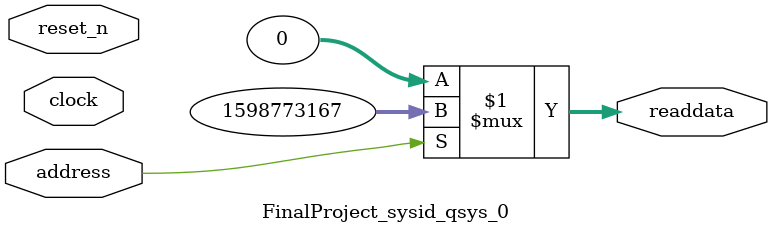
<source format=v>



// synthesis translate_off
`timescale 1ns / 1ps
// synthesis translate_on

// turn off superfluous verilog processor warnings 
// altera message_level Level1 
// altera message_off 10034 10035 10036 10037 10230 10240 10030 

module FinalProject_sysid_qsys_0 (
               // inputs:
                address,
                clock,
                reset_n,

               // outputs:
                readdata
             )
;

  output  [ 31: 0] readdata;
  input            address;
  input            clock;
  input            reset_n;

  wire    [ 31: 0] readdata;
  //control_slave, which is an e_avalon_slave
  assign readdata = address ? 1598773167 : 0;

endmodule



</source>
